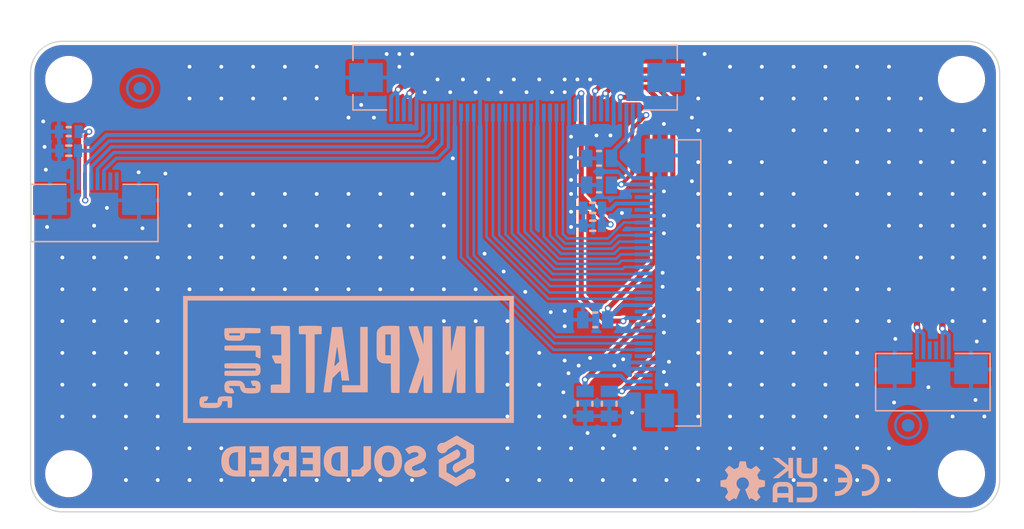
<source format=kicad_pcb>
(kicad_pcb (version 20211014) (generator pcbnew)
  (layers (0 "F.Cu" signal) (31 "B.Cu" signal) (34 "B.Paste" user) (35 "F.Paste" user) (36 "B.SilkS" user "B.Silkscreen") (37 "F.SilkS" user "F.Silkscreen") (38 "B.Mask" user) (39 "F.Mask" user) (44 "Edge.Cuts" user))
  (net 0 "")
  (net 1 "GND")
  (net 2 "3V3_TOUCH")
  (net 3 "3V3-EINK")
  (net 4 "VNEG")
  (net 5 "VEE")
  (net 6 "VCOM")
  (net 7 "VPOS")
  (net 8 "VDDH")
  (net 9 "BCK_CATHODE")
  (net 12 "BCK_ANODE")
  (net 15 "I2C_SCL_B")
  (net 16 "I2C_SDA_B")
  (net 17 "TOUCH_INT_B")
  (net 18 "TOUCH_RESET_B")
  (net 21 "EPD_CL")
  (net 22 "EPD_LE")
  (net 23 "EPD_OE")
  (net 24 "EPD_SPH")
  (net 25 "EPD_D0")
  (net 26 "EPD_D1")
  (net 27 "EPD_D2")
  (net 28 "EPD_D3")
  (net 29 "EPD_D4")
  (net 30 "EPD_D5")
  (net 31 "EPD_D6")
  (net 32 "EPD_D7")
  (net 35 "EPD_GMODE")
  (net 36 "EPD_CKV")
  (net 37 "EPD_SPV")
  (footprint "e-radionica.com footprinti:HOLE_3.2mm" (layer "F.Cu") (at 183.2 96)
    (fp_text reference "H1" hide)
    (fp_text value "HOLE_3.2mm" hide)
  )
  (footprint "e-radionica.com footprinti:HOLE_3.2mm" (layer "F.Cu") (at 113 127)
    (fp_text reference "H4" hide)
    (fp_text value "HOLE_3.2mm" hide)
  )
  (footprint "Soldered Graphics:Version1.1.0" (layer "F.Cu") (at 177.9 129)
    (fp_text reference "Ref**" hide)
    (fp_text value "Val**" hide)
  )
  (footprint "Soldered Graphics:Logo-Back-UKCA-3.5mm" (layer "F.Cu") (at 170.1 127.5)
    (fp_text reference "REF**" hide)
    (fp_text value "Logo-Back-UKCA-3.5mm" hide)
  )
  (footprint "Soldered Graphics:Logo-Back-OSH-3.5mm" (layer "F.Cu") (at 166 127.6)
    (fp_text reference "G***" hide)
    (fp_text value "LOGO" hide)
  )
  (footprint "e-radionica.com footprinti:JS05A-40P-050-3-4" (layer "F.Cu") (at 127.7 126)
    (fp_text reference "K5" hide)
    (fp_text value "JS05A-40P-050-3-4")
  )
  (footprint "e-radionica.com footprinti:HOLE_3.2mm" (layer "F.Cu") (at 183.2 127)
    (fp_text reference "H2" hide)
    (fp_text value "HOLE_3.2mm" hide)
  )
  (footprint "e-radionica.com footprinti:HOLE_3.2mm" (layer "F.Cu") (at 113 96)
    (fp_text reference "H3" hide)
    (fp_text value "HOLE_3.2mm" hide)
  )
  (footprint "Soldered Graphics:Logo-Back-SolderedFULL-20mm" (layer "F.Cu") (at 135 126)
    (fp_text reference "REF**" hide)
    (fp_text value "Logo-Front-SolderedFULL-20mm" hide)
  )
  (footprint "Soldered Graphics:Logo-Back-CE-3.5mm" (layer "F.Cu") (at 175 127.5)
    (fp_text reference "REF**" hide)
    (fp_text value "Logo-Back-CE-3.5mm" hide)
  )
  (footprint "e-radionica.com footprinti:SFV34R-3STBE1HLF" (layer "B.Cu") (at 158.5 112 -90)
    (fp_text reference "K3")
    (fp_text value "SFV34R-3STBE1HLF")
  )
  (footprint "e-radionica.com footprinti:FIDUCIAL_23" (layer "B.Cu") (at 179 123.2 180)
    (fp_text reference "FD1")
    (fp_text value "FIDUCIAL")
  )
  (footprint "Soldered Graphics:Logo-Front-InkplatePLUS2" (layer "B.Cu") (at 135 118 180)
    (fp_text reference "REF**" hide)
    (fp_text value "Logo-Font-InkplatePLUS2" hide)
  )
  (footprint "e-radionica.com footprinti:0603R" (layer "B.Cu") (at 113 100.1 180)
    (fp_text reference "R1")
    (fp_text value "100k")
  )
  (footprint "e-radionica.com footprinti:0805C" (layer "B.Cu") (at 154.7 104.3)
    (fp_text reference "C4")
    (fp_text value "4u7-TMK212AB7475KG-T")
  )
  (footprint "e-radionica.com footprinti:0603C" (layer "B.Cu") (at 113 101.6)
    (fp_text reference "C1")
    (fp_text value "100n")
  )
  (footprint "e-radionica.com footprinti:0805C" (layer "B.Cu") (at 155.5 121.5 90)
    (fp_text reference "C7")
    (fp_text value "4u7-TMK212AB7475KG-T")
  )
  (footprint "e-radionica.com footprinti:FIDUCIAL_23" (layer "B.Cu") (at 118.6 96.7 180)
    (fp_text reference "FD2")
    (fp_text value "FIDUCIAL")
  )
  (footprint "e-radionica.com footprinti:62684-401100AHLF" (layer "B.Cu") (at 148.1 97)
    (fp_text reference "K4")
    (fp_text value "62684-401100AHLF")
  )
  (footprint "e-radionica.com footprinti:0805C" (layer "B.Cu") (at 154.7 102.2)
    (fp_text reference "C3")
    (fp_text value "4u7-TMK212AB7475KG-T")
  )
  (footprint "e-radionica.com footprinti:SFV6R-1STBE1HLF" (layer "B.Cu") (at 180.95 117.3 180)
    (fp_text reference "K1")
    (fp_text value "SFV6R-1STBE1HLF")
  )
  (footprint "e-radionica.com footprinti:0603C" (layer "B.Cu") (at 154.2 107.5)
    (fp_text reference "C2")
    (fp_text value "4u7")
  )
  (footprint "e-radionica.com footprinti:SFV8R-1STBE1HLF" (layer "B.Cu") (at 115.02 104 180)
    (fp_text reference "K2")
    (fp_text value "SFV8R-1STBE1HLF")
  )
  (footprint "e-radionica.com footprinti:0603C" (layer "B.Cu") (at 154.2 106.1 180)
    (fp_text reference "C8")
    (fp_text value "100n")
  )
  (footprint "e-radionica.com footprinti:0805C" (layer "B.Cu") (at 154.4 114.9)
    (fp_text reference "C5")
    (fp_text value "4u7-TMK212AB7475KG-T")
  )
  (footprint "e-radionica.com footprinti:0805C" (layer "B.Cu") (at 153.6 121.5 90)
    (fp_text reference "C6")
    (fp_text value "4u7-TMK212AB7475KG-T")
  )
  (gr_line (start 183.7 130) (end 112.5 130) (layer "Edge.Cuts") (width 0.1))
  (gr_line (start 110 127.5) (end 110 95.5) (layer "Edge.Cuts") (width 0.1))
  (gr_line (start 186.2 95.5) (end 186.2 127.5) (layer "Edge.Cuts") (width 0.1))
  (gr_arc (start 110 95.5) (mid 110.732233 93.732233) (end 112.5 93) (layer "Edge.Cuts") (width 0.1))
  (gr_arc (start 183.7 93) (mid 185.467767 93.732233) (end 186.2 95.5) (layer "Edge.Cuts") (width 0.1))
  (gr_line (start 112.5 93) (end 183.7 93) (layer "Edge.Cuts") (width 0.1))
  (gr_arc (start 186.2 127.5) (mid 185.467767 129.267767) (end 183.7 130) (layer "Edge.Cuts") (width 0.1))
  (gr_arc (start 112.5 130) (mid 110.732233 129.267767) (end 110 127.5) (layer "Edge.Cuts") (width 0.1))
  (via (at 165 112.5) (size 0.5) (drill 0.3) (layers "F.Cu" "B.Cu") (net 1))
  (via (at 117.5 122.5) (size 0.5) (drill 0.3) (layers "F.Cu" "B.Cu") (net 1))
  (via (at 150 117.5) (size 0.5) (drill 0.3) (layers "F.Cu" "B.Cu") (net 1))
  (via (at 130 127.5) (size 0.5) (drill 0.3) (layers "F.Cu" "B.Cu") (net 1))
  (via (at 167.5 105) (size 0.5) (drill 0.3) (layers "F.Cu" "B.Cu") (net 1))
  (via (at 152.5 106.4) (size 0.5) (drill 0.3) (layers "F.Cu" "B.Cu") (net 1))
  (via (at 165 115) (size 0.5) (drill 0.3) (layers "F.Cu" "B.Cu") (net 1))
  (via (at 150 127.5) (size 0.5) (drill 0.3) (layers "F.Cu" "B.Cu") (net 1))
  (via (at 147 97) (size 0.5) (drill 0.3) (layers "F.Cu" "B.Cu") (net 1))
  (via (at 137.5 107.5) (size 0.5) (drill 0.3) (layers "F.Cu" "B.Cu") (net 1))
  (via (at 182.5 115) (size 0.5) (drill 0.3) (layers "F.Cu" "B.Cu") (net 1))
  (via (at 162.5 110) (size 0.5) (drill 0.3) (layers "F.Cu" "B.Cu") (net 1))
  (via (at 185 100) (size 0.5) (drill 0.3) (layers "F.Cu" "B.Cu") (net 1))
  (via (at 167.5 120) (size 0.5) (drill 0.3) (layers "F.Cu" "B.Cu") (net 1))
  (via (at 163 94) (size 0.5) (drill 0.3) (layers "F.Cu" "B.Cu") (net 1))
  (via (at 143 97) (size 0.5) (drill 0.3) (layers "F.Cu" "B.Cu") (net 1))
  (via (at 127.5 127.5) (size 0.5) (drill 0.3) (layers "F.Cu" "B.Cu") (net 1))
  (via (at 120 120) (size 0.5) (drill 0.3) (layers "F.Cu" "B.Cu") (net 1))
  (via (at 117.5 110) (size 0.5) (drill 0.3) (layers "F.Cu" "B.Cu") (net 1))
  (via (at 152 122.5) (size 0.5) (drill 0.3) (layers "F.Cu" "B.Cu") (net 1))
  (via (at 172.5 120) (size 0.5) (drill 0.3) (layers "F.Cu" "B.Cu") (net 1))
  (via (at 167.5 122.5) (size 0.5) (drill 0.3) (layers "F.Cu" "B.Cu") (net 1))
  (via (at 120.6 103.4) (size 0.5) (drill 0.3) (layers "F.Cu" "B.Cu") (net 1))
  (via (at 172.5 115) (size 0.5) (drill 0.3) (layers "F.Cu" "B.Cu") (net 1))
  (via (at 154.5 100.4) (size 0.5) (drill 0.3) (layers "F.Cu" "B.Cu") (net 1))
  (via (at 120 110) (size 0.5) (drill 0.3) (layers "F.Cu" "B.Cu") (net 1))
  (via (at 160 127.5) (size 0.5) (drill 0.3) (layers "F.Cu" "B.Cu") (net 1))
  (via (at 185 107.5) (size 0.5) (drill 0.3) (layers "F.Cu" "B.Cu") (net 1))
  (via (at 115 117.5) (size 0.5) (drill 0.3) (layers "F.Cu" "B.Cu") (net 1))
  (via (at 175 95) (size 0.5) (drill 0.3) (layers "F.Cu" "B.Cu") (net 1))
  (via (at 155.9 118.5) (size 0.5) (drill 0.3) (layers "F.Cu" "B.Cu") (net 1))
  (via (at 132.5 105) (size 0.5) (drill 0.3) (layers "F.Cu" "B.Cu") (net 1))
  (via (at 167.5 112.5) (size 0.5) (drill 0.3) (layers "F.Cu" "B.Cu") (net 1))
  (via (at 125 112.5) (size 0.5) (drill 0.3) (layers "F.Cu" "B.Cu") (net 1))
  (via (at 157.3 122.2) (size 0.5) (drill 0.3) (layers "F.Cu" "B.Cu") (net 1))
  (via (at 152.5 100.5) (size 0.5) (drill 0.3) (layers "F.Cu" "B.Cu") (net 1))
  (via (at 142.5 110) (size 0.5) (drill 0.3) (layers "F.Cu" "B.Cu") (net 1))
  (via (at 172.5 110) (size 0.5) (drill 0.3) (layers "F.Cu" "B.Cu") (net 1))
  (via (at 175 112.5) (size 0.5) (drill 0.3) (layers "F.Cu" "B.Cu") (net 1))
  (via (at 111.3 107.6) (size 0.5) (drill 0.3) (layers "F.Cu" "B.Cu") (net 1))
  (via (at 112.5 110) (size 0.5) (drill 0.3) (layers "F.Cu" "B.Cu") (net 1))
  (via (at 122.5 110) (size 0.5) (drill 0.3) (layers "F.Cu" "B.Cu") (net 1))
  (via (at 111 99.3) (size 0.5) (drill 0.3) (layers "F.Cu" "B.Cu") (net 1))
  (via (at 165 105) (size 0.5) (drill 0.3) (layers "F.Cu" "B.Cu") (net 1))
  (via (at 175 120) (size 0.5) (drill 0.3) (layers "F.Cu" "B.Cu") (net 1))
  (via (at 152.5 125) (size 0.5) (drill 0.3) (layers "F.Cu" "B.Cu") (net 1))
  (via (at 145 97) (size 0.5) (drill 0.3) (layers "F.Cu" "B.Cu") (net 1))
  (via (at 170 110) (size 0.5) (drill 0.3) (layers "F.Cu" "B.Cu") (net 1))
  (via (at 137 99) (size 0.5) (drill 0.3) (layers "F.Cu" "B.Cu") (net 1))
  (via (at 165 117.5) (size 0.5) (drill 0.3) (layers "F.Cu" "B.Cu") (net 1))
  (via (at 182.5 122.5) (size 0.5) (drill 0.3) (layers "F.Cu" "B.Cu") (net 1))
  (via (at 122.5 95) (size 0.5) (drill 0.3) (layers "F.Cu" "B.Cu") (net 1))
  (via (at 153 96) (size 0.5) (drill 0.3) (layers "F.Cu" "B.Cu") (net 1))
  (via (at 167.5 125) (size 0.5) (drill 0.3) (layers "F.Cu" "B.Cu") (net 1))
  (via (at 159.8 106.7) (size 0.5) (drill 0.3) (layers "F.Cu" "B.Cu") (net 1))
  (via (at 127.5 97.5) (size 0.5) (drill 0.3) (layers "F.Cu" "B.Cu") (net 1))
  (via (at 120 115) (size 0.5) (drill 0.3) (layers "F.Cu" "B.Cu") (net 1))
  (via (at 167.5 95) (size 0.5) (drill 0.3) (layers "F.Cu" "B.Cu") (net 1))
  (via (at 140 112.5) (size 0.5) (drill 0.3) (layers "F.Cu" "B.Cu") (net 1))
  (via (at 167.5 107.5) (size 0.5) (drill 0.3) (layers "F.Cu" "B.Cu") (net 1))
  (via (at 115 115) (size 0.5) (drill 0.3) (layers "F.Cu" "B.Cu") (net 1))
  (via (at 162.5 102.5) (size 0.5) (drill 0.3) (layers "F.Cu" "B.Cu") (net 1))
  (via (at 155 125) (size 0.5) (drill 0.3) (layers "F.Cu" "B.Cu") (net 1))
  (via (at 159.8 119) (size 0.5) (drill 0.3) (layers "F.Cu" "B.Cu") (net 1))
  (via (at 147.5 125) (size 0.5) (drill 0.3) (layers "F.Cu" "B.Cu") (net 1))
  (via (at 182.5 100) (size 0.5) (drill 0.3) (layers "F.Cu" "B.Cu") (net 1))
  (via (at 162.5 100) (size 0.5) (drill 0.3) (layers "F.Cu" "B.Cu") (net 1))
  (via (at 132.5 107.5) (size 0.5) (drill 0.3) (layers "F.Cu" "B.Cu") (net 1))
  (via (at 177.5 127.5) (size 0.5) (drill 0.3) (layers "F.Cu" "B.Cu") (net 1))
  (via (at 167.5 117.5) (size 0.5) (drill 0.3) (layers "F.Cu" "B.Cu") (net 1))
  (via (at 177.5 107.5) (size 0.5) (drill 0.3) (layers "F.Cu" "B.Cu") (net 1))
  (via (at 125 105) (size 0.5) (drill 0.3) (layers "F.Cu" "B.Cu") (net 1))
  (via (at 152.5 127.5) (size 0.5) (drill 0.3) (layers "F.Cu" "B.Cu") (net 1))
  (via (at 132.5 95) (size 0.5) (drill 0.3) (layers "F.Cu" "B.Cu") (net 1))
  (via (at 142.5 105) (size 0.5) (drill 0.3) (layers "F.Cu" "B.Cu") (net 1))
  (via (at 137.5 112.5) (size 0.5) (drill 0.3) (layers "F.Cu" "B.Cu") (net 1))
  (via (at 153.8 123.8) (size 0.5) (drill 0.3) (layers "F.Cu" "B.Cu") (net 1))
  (via (at 172.5 125) (size 0.5) (drill 0.3) (layers "F.Cu" "B.Cu") (net 1))
  (via (at 162.5 122.5) (size 0.5) (drill 0.3) (layers "F.Cu" "B.Cu") (net 1))
  (via (at 165 125) (size 0.5) (drill 0.3) (layers "F.Cu" "B.Cu") (net 1))
  (via (at 152.5 102.1) (size 0.5) (drill 0.3) (layers "F.Cu" "B.Cu") (net 1))
  (via (at 122.5 112.5) (size 0.5) (drill 0.3) (layers "F.Cu" "B.Cu") (net 1))
  (via (at 182.5 107.5) (size 0.5) (drill 0.3) (layers "F.Cu" "B.Cu") (net 1))
  (via (at 175 97.5) (size 0.5) (drill 0.3) (layers "F.Cu" "B.Cu") (net 1))
  (via (at 159.8 114.6) (size 0.5) (drill 0.3) (layers "F.Cu" "B.Cu") (net 1))
  (via (at 125 97.5) (size 0.5) (drill 0.3) (layers "F.Cu" "B.Cu") (net 1))
  (via (at 167.5 115) (size 0.5) (drill 0.3) (layers "F.Cu" "B.Cu") (net 1))
  (via (at 130 95) (size 0.5) (drill 0.3) (layers "F.Cu" "B.Cu") (net 1))
  (via (at 155.9 124) (size 0.5) (drill 0.3) (layers "F.Cu" "B.Cu") (net 1))
  (via (at 162.5 125) (size 0.5) (drill 0.3) (layers "F.Cu" "B.Cu") (net 1))
  (via (at 151 97) (size 0.5) (drill 0.3) (layers "F.Cu" "B.Cu") (net 1))
  (via (at 172.5 102.5) (size 0.5) (drill 0.3) (layers "F.Cu" "B.Cu") (net 1))
  (via (at 148 96) (size 0.5) (drill 0.3) (layers "F.Cu" "B.Cu") (net 1))
  (via (at 143.2 102.2) (size 0.5) (drill 0.3) (layers "F.Cu" "B.Cu") (net 1))
  (via (at 130 110) (size 0.5) (drill 0.3) (layers "F.Cu" "B.Cu") (net 1))
  (via (at 180 100) (size 0.5) (drill 0.3) (layers "F.Cu" "B.Cu") (net 1))
  (via (at 175 110) (size 0.5) (drill 0.3) (layers "F.Cu" "B.Cu") (net 1))
  (via (at 118.8 107.7) (size 0.5) (drill 0.3) (layers "F.Cu" "B.Cu") (net 1))
  (via (at 165 95) (size 0.5) (drill 0.3) (layers "F.Cu" "B.Cu") (net 1))
  (via (at 175 127.5) (size 0.5) (drill 0.3) (layers "F.Cu" "B.Cu") (net 1))
  (via (at 159.8 104.8) (size 0.5) (drill 0.3) (layers "F.Cu" "B.Cu") (net 1))
  (via (at 139 94) (size 0.5) (drill 0.3) (layers "F.Cu" "B.Cu") (net 1))
  (via (at 182.5 105) (size 0.5) (drill 0.3) (layers "F.Cu" "B.Cu") (net 1))
  (via (at 172.5 117.5) (size 0.5) (drill 0.3) (layers "F.Cu" "B.Cu") (net 1))
  (via (at 125 125) (size 0.5) (drill 0.3) (layers "F.Cu" "B.Cu") (net 1))
  (via (at 125 95) (size 0.5) (drill 0.3) (layers "F.Cu" "B.Cu") (net 1))
  (via (at 132.5 112.5) (size 0.5) (drill 0.3) (layers "F.Cu" "B.Cu") (net 1))
  (via (at 167.5 110) (size 0.5) (drill 0.3) (layers "F.Cu" "B.Cu") (net 1))
  (via (at 111.1 101.3) (size 0.5) (drill 0.3) (layers "F.Cu" "B.Cu") (net 1))
  (via (at 115 122.5) (size 0.5) (drill 0.3) (layers "F.Cu" "B.Cu") (net 1))
  (via (at 112.5 112.5) (size 0.5) (drill 0.3) (layers "F.Cu" "B.Cu") (net 1))
  (via (at 172.5 97.5) (size 0.5) (drill 0.3) (layers "F.Cu" "B.Cu") (net 1))
  (via (at 170 120) (size 0.5) (drill 0.3) (layers "F.Cu" "B.Cu") (net 1))
  (via (at 147.5 120) (size 0.5) (drill 0.3) (layers "F.Cu" "B.Cu") (net 1))
  (via (at 185 110) (size 0.5) (drill 0.3) (layers "F.Cu" "B.Cu") (net 1))
  (via (at 115 110) (size 0.5) (drill 0.3) (layers "F.Cu" "B.Cu") (net 1))
  (via (at 175 102.5) (size 0.5) (drill 0.3) (layers "F.Cu" "B.Cu") (net 1))
  (via (at 147.5 117.5) (size 0.5) (drill 0.3) (layers "F.Cu" "B.Cu") (net 1))
  (via (at 137.5 127.5) (size 0.5) (drill 0.3) (layers "F.Cu" "B.Cu") (net 1))
  (via (at 127.5 107.5) (size 0.5) (drill 0.3) (layers "F.Cu" "B.Cu") (net 1))
  (via (at 135 105) (size 0.5) (drill 0.3) (layers "F.Cu" "B.Cu") (net 1))
  (via (at 162.5 117.5) (size 0.5) (drill 0.3) (layers "F.Cu" "B.Cu") (net 1))
  (via (at 170 115) (size 0.5) (drill 0.3) (layers "F.Cu" "B.Cu") (net 1))
  (via (at 125 127.5) (size 0.5) (drill 0.3) (layers "F.Cu" "B.Cu") (net 1))
  (via (at 177.9 121.4) (size 0.5) (drill 0.3) (layers "F.Cu" "B.Cu") (net 1))
  (via (at 116 106.1) (size 0.5) (drill 0.3) (layers "F.Cu" "B.Cu") (net 1))
  (via (at 156.6 118) (size 0.5) (drill 0.3) (layers "F.Cu" "B.Cu") (net 1))
  (via (at 127.5 110) (size 0.5) (drill 0.3) (layers "F.Cu" "B.Cu") (net 1))
  (via (at 185 122.5) (size 0.5) (drill 0.3) (layers "F.Cu" "B.Cu") (net 1))
  (via (at 147.5 127.5) (size 0.5) (drill 0.3) (layers "F.Cu" "B.Cu") (net 1))
  (via (at 170 127.5) (size 0.5) (drill 0.3) (layers "F.Cu" "B.Cu") (net 1))
  (via (at 162.5 115) (size 0.5) (drill 0.3) (layers "F.Cu" "B.Cu") (net 1))
  (via (at 175 117.5) (size 0.5) (drill 0.3) (layers "F.Cu" "B.Cu") (net 1))
  (via (at 140 127.5) (size 0.5) (drill 0.3) (layers "F.Cu" "B.Cu") (net 1))
  (via (at 167.5 97.5) (size 0.5) (drill 0.3) (layers "F.Cu" "B.Cu") (net 1))
  (via (at 162 104) (size 0.5) (drill 0.3) (layers "F.Cu" "B.Cu") (net 1))
  (via (at 145 115) (size 0.5) (drill 0.3) (layers "F.Cu" "B.Cu") (net 1))
  (via (at 159.8 108.1) (size 0.5) (drill 0.3) (layers "F.Cu" "B.Cu") (net 1))
  (via (at 177.5 112.5) (size 0.5) (drill 0.3) (layers "F.Cu" "B.Cu") (net 1))
  (via (at 140 105) (size 0.5) (drill 0.3) (layers "F.Cu" "B.Cu") (net 1))
  (via (at 130 97.5) (size 0.5) (drill 0.3) (layers "F.Cu" "B.Cu") (net 1))
  (via (at 132.5 110) (size 0.5) (drill 0.3) (layers "F.Cu" "B.Cu") (net 1))
  (via (at 150 125) (size 0.5) (drill 0.3) (layers "F.Cu" "B.Cu") (net 1))
  (via (at 175 115) (size 0.5) (drill 0.3) (layers "F.Cu" "B.Cu") (net 1))
  (via (at 151.9 120.6) (size 0.5) (drill 0.3) (layers "F.Cu" "B.Cu") (net 1))
  (via (at 165 102.5) (size 0.5) (drill 0.3) (layers "F.Cu" "B.Cu") (net 1))
  (via (at 120 112.5) (size 0.5) (drill 0.3) (layers "F.Cu" "B.Cu") (net 1))
  (via (at 132.5 97.5) (size 0.5) (drill 0.3) (layers "F.Cu" "B.Cu") (net 1))
  (via (at 170 122.5) (size 0.5) (drill 0.3) (layers "F.Cu" "B.Cu") (net 1))
  (via (at 180 97.5) (size 0.5) (drill 0.3) (layers "F.Cu" "B.Cu") (net 1))
  (via (at 152.3 119.1) (size 0.5) (drill 0.3) (layers "F.Cu" "B.Cu") (net 1))
  (via (at 138 94) (size 0.5) (drill 0.3) (layers "F.Cu" "B.Cu") (net 1))
  (via (at 150 96) (size 0.5) (drill 0.3) (layers "F.Cu" "B.Cu") (net 1))
  (via (at 177.5 105) (size 0.5) (drill 0.3) (layers "F.Cu" "B.Cu") (net 1))
  (via (at 132.5 127.5) (size 0.5) (drill 0.3) (layers "F.Cu" "B.Cu") (net 1))
  (via (at 160 125) (size 0.5) (drill 0.3) (layers "F.Cu" "B.Cu") (net 1))
  (via (at 170 95) (size 0.5) (drill 0.3) (layers "F.Cu" "B.Cu") (net 1))
  (via (at 122.5 107.5) (size 0.5) (drill 0.3) (layers "F.Cu" "B.Cu") (net 1))
  (via (at 152 96) (size 0.5) (drill 0.3) (layers "F.Cu" "B.Cu") (net 1))
  (via (at 120 122.5) (size 0.5) (drill 0.3) (layers "F.Cu" "B.Cu") (net 1))
  (via (at 162.5 105) (size 0.5) (drill 0.3) (layers "F.Cu" "B.Cu") (net 1))
  (via (at 154 96) (size 0.5) (drill 0.3) (layers "F.Cu" "B.Cu") (net 1))
  (via (at 155 127.5) (size 0.5) (drill 0.3) (layers "F.Cu" "B.Cu") (net 1))
  (via (at 137.5 110) (size 0.5) (drill 0.3) (layers "F.Cu" "B.Cu") (net 1))
  (via (at 148.9 112.7) (size 0.5) (drill 0.3) (layers "F.Cu" "B.Cu") (net 1))
  (via (at 112.5 120) (size 0.5) (drill 0.3) (layers "F.Cu" "B.Cu") (net 1))
  (via (at 160 120) (size 0.5) (drill 0.3) (layers "F.Cu" "B.Cu") (net 1))
  (via (at 154 117.9) (size 0.5) (drill 0.3) (layers "F.Cu" "B.Cu") (net 1))
  (via (at 112.5 115) (size 0.5) (drill 0.3) (layers "F.Cu" "B.Cu") (net 1))
  (via (at 117.5 125) (size 0.5) (drill 0.3) (layers "F.Cu" "B.Cu") (net 1))
  (via (at 146 96) (size 0.5) (drill 0.3) (layers "F.Cu" "B.Cu") (net 1))
  (via (at 142.5 115) (size 0.5) (drill 0.3) (layers "F.Cu" "B.Cu") (net 1))
  (via (at 122.5 105) (size 0.5) (drill 0.3) (layers "F.Cu" "B.Cu") (net 1))
  (via (at 172.5 122.5) (size 0.5) (drill 0.3) (layers "F.Cu" "B.Cu") (net 1))
  (via (at 122.5 97.5) (size 0.5) (drill 0.3) (layers "F.Cu" "B.Cu") (net 1))
  (via (at 142.5 112.5) (size 0.5) (drill 0.3) (layers "F.Cu" "B.Cu") (net 1))
  (via (at 117.5 127.5) (size 0.5) (drill 0.3) (layers "F.Cu" "B.Cu") (net 1))
  (via (at 145.7 109.7) (size 0.5) (drill 0.3) (layers "F.Cu" "B.Cu") (net 1))
  (via (at 184.4 116.6) (size 0.5) (drill 0.3) (layers "F.Cu" "B.Cu") (net 1))
  (via (at 167.5 102.5) (size 0.5) (drill 0.3) (layers "F.Cu" "B.Cu") (net 1))
  (via (at 162.5 112.5) (size 0.5) (drill 0.3) (layers "F.Cu" "B.Cu") (net 1))
  (via (at 170 117.5) (size 0.5) (drill 0.3) (layers "F.Cu" "B.Cu") (net 1))
  (via (at 135 127.5) (size 0.5) (drill 0.3) (layers "F.Cu" "B.Cu") (net 1))
  (via (at 140 110) (size 0.5) (drill 0.3) (layers "F.Cu" "B.Cu") (net 1))
  (via (at 149 97) (size 0.5) (drill 0.3) (layers "F.Cu" "B.Cu") (net 1))
  (via (at 111.2 103.1) (size 0.5) (drill 0.3) (layers "F.Cu" "B.Cu") (net 1))
  (via (at 159.7 111.2) (size 0.5) (drill 0.3) (layers "F.Cu" "B.Cu") (net 1))
  (via (at 170 107.5) (size 0.5) (drill 0.3) (layers "F.Cu" "B.Cu") (net 1))
  (via (at 112.5 122.5) (size 0.5) (drill 0.3) (layers "F.Cu" "B.Cu") (net 1))
  (via (at 118.5 103.3) (size 0.5) (drill 0.3) (layers "F.Cu" "B.Cu") (net 1))
  (via (at 172.5 127.5) (size 0.5) (drill 0.3) (layers "F.Cu" "B.Cu") (net 1))
  (via (at 180.6 120.2) (size 0.5) (drill 0.3) (layers "F.Cu" "B.Cu") (net 1))
  (via (at 185 115) (size 0.5) (drill 0.3) (layers "F.Cu" "B.Cu") (net 1))
  (via (at 117.5 115) (size 0.5) (drill 0.3) (layers "F.Cu" "B.Cu") (net 1))
  (via (at 147.5 122.5) (size 0.5) (drill 0.3) (layers "F.Cu" "B.Cu") (net 1))
  (via (at 117.5 112.5) (size 0.5) (drill 0.3) (layers "F.Cu" "B.Cu") (net 1))
  (via (at 130 105) (size 0.5) (drill 0.3) (layers "F.Cu" "B.Cu") (net 1))
  (via (at 117.5 117.5) (size 0.5) (drill 0.3) (layers "F.Cu" "B.Cu") (net 1))
  (via (at 184.3 121.2) (size 0.5) (drill 0.3) (layers "F.Cu" "B.Cu") (net 1))
  (via (at 130 107.5) (size 0.5) (drill 0.3) (layers "F.Cu" "B.Cu") (net 1))
  (via (at 180 102.5) (size 0.5) (drill 0.3) (layers "F.Cu" "B.Cu") (net 1))
  (via (at 120 117.5) (size 0.5) (drill 0.3) (layers "F.Cu" "B.Cu") (net 1))
  (via (at 152 114.2) (size 0.5) (drill 0.3) (layers "F.Cu" "B.Cu") (net 1))
  (via (at 177.5 100) (size 0.5) (drill 0.3) (layers "F.Cu" "B.Cu") (net 1))
  (via (at 135 99) (size 0.5) (drill 0.3) (layers "F.Cu" "B.Cu") (net 1))
  (via (at 160.2 118.2) (size 0.5) (drill 0.3) (layers "F.Cu" "B.Cu") (net 1))
  (via (at 127.5 105) (size 0.5) (drill 0.3) (layers "F.Cu" "B.Cu") (net 1))
  (via (at 140 107.5) (size 0.5) (drill 0.3) (layers "F.Cu" "B.Cu") (net 1))
  (via (at 180 105) (size 0.5) (drill 0.3) (layers "F.Cu" "B.Cu") (net 1))
  (via (at 172.5 107.5) (size 0.5) (drill 0.3) (layers "F.Cu" "B.Cu") (net 1))
  (via (at 165 120) (size 0.5) (drill 0.3) (layers "F.Cu" "B.Cu") (net 1))
  (via (at 165 110) (size 0.5) (drill 0.3) (layers "F.Cu" "B.Cu") (net 1))
  (via (at 115 112.5) (size 0.5) (drill 0.3) (layers "F.Cu" "B.Cu") (net 1))
  (via (at 141 97) (size 0.5) (drill 0.3) (layers "F.Cu" "B.Cu") (net 1))
  (via (at 177.5 115) (size 0.5) (drill 0.3) (layers "F.Cu" "B.Cu") (net 1))
  (via (at 142.5 107.5) (size 0.5) (drill 0.3) (layers "F.Cu" "B.Cu") (net 1))
  (via (at 162.5 97.5) (size 0.5) (drill 0.3) (layers "F.Cu" "B.Cu") (net 1))
  (via (at 185 102.5) (size 0.5) (drill 0.3) (layers "F.Cu" "B.Cu") (net 1))
  (via (at 150 122.5) (size 0.5) (drill 0.3) (layers "F.Cu" "B.Cu") (net 1))
  (via (at 125 107.5) (size 0.5) (drill 0.3) (layers "F.Cu" "B.Cu") (net 1))
  (via (at 112.5 117.5) (size 0.5) (drill 0.3) (layers "F.Cu" "B.Cu") (net 1))
  (via (at 185 105) (size 0.5) (drill 0.3) (layers "F.Cu" "B.Cu") (net 1))
  (via (at 182.5 102.5) (size 0.5) (drill 0.3) (layers "F.Cu" "B.Cu") (net 1))
  (via (at 180 110) (size 0.5) (drill 0.3) (layers "F.Cu" "B.Cu") (net 1))
  (via (at 170 105) (size 0.5) (drill 0.3) (layers "F.Cu" "B.Cu") (net 1))
  (via (at 175 105) (size 0.5) (drill 0.3) (layers "F.Cu" "B.Cu") (net 1))
  (via (at 136 98) (size 0.5) (drill 0.3) (layers "F.Cu" "B.Cu") (net 1))
  (via (at 156.5 106.5) (size 0.5) (drill 0.3) (layers "F.Cu" "B.Cu") (net 1))
  (via (at 120 125) (size 0.5) (drill 0.3) (layers "F.Cu" "B.Cu") (net 1))
  (via (at 115 107.5) (size 0.5) (drill 0.3) (layers "F.Cu" "B.Cu") (net 1))
  (via (at 155.6 100.4) (size 0.5) (drill 0.3) (layers "F.Cu" "B.Cu") (net 1))
  (via (at 152.5 107.6) (size 0.5) (drill 0.3) (layers "F.Cu" "B.Cu") (net 1))
  (via (at 185 112.5) (size 0.5) (drill 0.3) (layers "F.Cu" "B.Cu") (net 1))
  (via (at 177.5 125) (size 0.5) (drill 0.3) (layers "F.Cu" "B.Cu") (net 1))
  (via (at 162 99) (size 0.5) (drill 0.3) (layers "F.Cu" "B.Cu") (net 1))
  (via (at 165 107.5) (size 0.5) (drill 0.3) (layers "F.Cu" "B.Cu") (net 1))
  (via (at 180 107.5) (size 0.5) (drill 0.3) (layers "F.Cu" "B.Cu") (net 1))
  (via (at 130 112.5) (size 0.5) (drill 0.3) (layers "F.Cu" "B.Cu") (net 1))
  (via (at 120 127.5) (size 0.5) (drill 0.3) (layers "F.Cu" "B.Cu") (net 1))
  (via (at 182.5 110) (size 0.5) (drill 0.3) (layers "F.Cu" "B.Cu") (net 1))
  (via (at 175 100) (size 0.5) (drill 0.3) (layers "F.Cu" "B.Cu") (net 1))
  (via (at 125 110) (size 0.5) (drill 0.3) (layers "F.Cu" "B.Cu") (net 1))
  (via (at 115 120) (size 0.5) (drill 0.3) (layers "F.Cu" "B.Cu") (net 1))
  (via (at 139 95) (size 0.5) (drill 0.3) (layers "F.Cu" "B.Cu") (net 1))
  (via (at 152 115.4) (size 0.5) (drill 0.3) (layers "F.Cu" "B.Cu") (net 1))
  (via (at 142 96) (size 0.5) (drill 0.3) (layers "F.Cu" "B.Cu") (net 1))
  (via (at 152 118.1) (size 0.5) (drill 0.3) (layers "F.Cu" "B.Cu") (net 1))
  (via (at 117.5 120) (size 0.5) (drill 0.3) (layers "F.Cu" "B.Cu") (net 1))
  (via (at 175 125) (size 0.5) (drill 0.3) (layers "F.Cu" "B.Cu") (net 1))
  (via (at 162.5 107.5) (size 0.5) (drill 0.3) (layers "F.Cu" "B.Cu") (net 1))
  (via (at 165 122.5) (size 0.5) (drill 0.3) (layers "F.Cu" "B.Cu") (net 1))
  (via (at 135 112.5) (size 0.5) (drill 0.3) (layers "F.Cu" "B.Cu") (net 1))
  (via (at 135 110) (size 0.5) (drill 0.3) (layers "F.Cu" "B.Cu") (net 1))
  (via (at 159.7 112.3) (size 0.5) (drill 0.3) (layers "F.Cu" "B.Cu") (net 1))
  (via (at 150 120) (size 0.5) (drill 0.3) (layers "F.Cu" "B.Cu") (net 1))
  (via (at 177.5 97.5) (size 0.5) (drill 0.3) (layers "F.Cu" "B.Cu") (net 1))
  (via (at 140 94) (size 0.5) (drill 0.3) (layers "F.Cu" "B.Cu") (net 1))
  (via (at 150.9 114.3) (size 0.5) (drill 0.3) (layers "F.Cu" "B.Cu") (net 1))
  (via (at 135 107.5) (size 0.5) (drill 0.3) (layers "F.Cu" "B.Cu") (net 1))
  (via (at 162.5 120) (size 0.5) (drill 0.3) (layers "F.Cu" "B.Cu") (net 1))
  (via (at 157.5 125) (size 0.5) (drill 0.3) (layers "F.Cu" "B.Cu") (net 1))
  (via (at 162.5 127.5) (size 0.5) (drill 0.3) (layers "F.Cu" "B.Cu") (net 1))
  (via (at 122.5 125) (size 0.5) (drill 0.3) (layers "F.Cu" "B.Cu") (net 1))
  (via (at 127.5 112.5) (size 0.5) (drill 0.3) (layers "F.Cu" "B.Cu") (net 1))
  (via (at 152.5 103.9) (size 0.5) (drill 0.3) (layers "F.Cu" "B.Cu") (net 1))
  (via (at 159.8 99.5) (size 0.5) (drill 0.3) (layers "F.Cu" "B.Cu") (net 1))
  (via (at 172.5 95) (size 0.5) (drill 0.3) (layers "F.Cu" "B.Cu") (net 1))
  (via (at 144 96) (size 0.5) (drill 0.3) (layers "F.Cu" "B.Cu") (net 1))
  (via (at 157.5 127.5) (size 0.5) (drill 0.3) (layers "F.Cu" "B.Cu") (net 1))
  (via (at 147.2 111.1) (size 0.5) (drill 0.3) (layers "F.Cu" "B.Cu") (net 1))
  (via (at 177.5 102.5) (size 0.5) (drill 0.3) (layers "F.Cu" "B.Cu") (net 1))
  (via (at 172.5 112.5) (size 0.5) (drill 0.3) (layers "F.Cu" "B.Cu") (net 1))
  (via (at 145 112.5) (size 0.5) (drill 0.3) (layers "F.Cu" "B.Cu") (net 1))
  (via (at 152 97) (size 0.5) (drill 0.3) (layers "F.Cu" "B.Cu") (net 1))
  (via (at 147.5 115) (size 0.5) (drill 0.3) (layers "F.Cu" "B.Cu") (net 1))
  (via (at 153.1 118.5) (size 0.5) (drill 0.3) (layers "F.Cu" "B.Cu") (net 1))
  (via (at 170 97.5) (size 0.5) (drill 0.3) (layers "F.Cu" "B.Cu") (net 1))
  (via (at 127.5 95) (size 0.5) (drill 0.3) (layers "F.Cu" "B.Cu") (net 1))
  (via (at 137.5 105) (size 0.5) (drill 0.3) (layers "F.Cu" "B.Cu") (net 1))
  (via (at 182.5 112.5) (size 0.5) (drill 0.3) (layers "F.Cu" "B.Cu") (net 1))
  (via (at 170 100) (size 0.5) (drill 0.3) (layers "F.Cu" "B.Cu") (net 1))
  (via (at 175 122.5) (size 0.5) (drill 0.3) (layers "F.Cu" "B.Cu") (net 1))
  (via (at 159.8 115.9) (size 0.5) (drill 0.3) (layers "F.Cu" "B.Cu") (net 1))
  (via (at 177.5 95) (size 0.5) (drill 0.3) (layers "F.Cu" "B.Cu") (net 1))
  (via (at 170 112.5) (size 0.5) (drill 0.3) (layers "F.Cu" "B.Cu") (net 1))
  (via (at 152.5 105) (size 0.5) (drill 0.3) (layers "F.Cu" "B.Cu") (net 1))
  (via (at 172.5 100) (size 0.5) (drill 0.3) (layers "F.Cu" "B.Cu") (net 1))
  (via (at 165 100) (size 0.5) (drill 0.3) (layers "F.Cu" "B.Cu") (net 1))
  (via (at 170 125) (size 0.5) (drill 0.3) (layers "F.Cu" "B.Cu") (net 1))
  (via (at 122.5 127.5) (size 0.5) (drill 0.3) (layers "F.Cu" "B.Cu") (net 1))
  (via (at 178 116.4) (size 0.5) (drill 0.3) (layers "F.Cu" "B.Cu") (net 1))
  (segment (start 140.85 100.15) (end 140.85 98.6) (width 0.3) (layer "B.Cu") (net 2))
  (segment (start 140.63708 100.36292) (end 140.85 100.15) (width 0.3) (layer "B.Cu") (net 2))
  (segment (start 114.726098 101.6) (end 115.963178 100.36292) (width 0.3) (layer "B.Cu") (net 2))
  (segment (start 113.73 101.6) (end 114.726098 101.6) (width 0.3) (layer "B.Cu") (net 2))
  (segment (start 113.77 104) (end 113.77 101.64) (width 0.3) (layer "B.Cu") (net 2))
  (segment (start 115.963178 100.36292) (end 140.63708 100.36292) (width 0.3) (layer "B.Cu") (net 2))
  (segment (start 113.77 101.64) (end 113.73 101.6) (width 0.3) (layer "B.Cu") (net 2))
  (segment (start 155.5 107.4) (end 153.3 105.2) (width 0.4) (layer "F.Cu") (net 3))
  (segment (start 153.3 105.2) (end 153.3 97.1) (width 0.4) (layer "F.Cu") (net 3))
  (segment (start 153.3 113.1) (end 153.3 105.2) (width 0.4) (layer "F.Cu") (net 3))
  (segment (start 155.6 107.4) (end 155.5 107.4) (width 0.4) (layer "F.Cu") (net 3))
  (segment (start 155.2 115) (end 153.3 113.1) (width 0.4) (layer "F.Cu") (net 3))
  (segment (start 156.6 115) (end 155.2 115) (width 0.4) (layer "F.Cu") (net 3))
  (via (at 155.6 107.4) (size 0.5) (drill 0.3) (layers "F.Cu" "B.Cu") (net 3))
  (via (at 153.3 97.1) (size 0.5) (drill 0.3) (layers "F.Cu" "B.Cu") (net 3))
  (via (at 156.6 115) (size 0.5) (drill 0.3) (layers "F.Cu" "B.Cu") (net 3))
  (segment (start 156.05 105.75) (end 155.6 106.2) (width 0.3) (layer "B.Cu") (net 3))
  (segment (start 155.6 107.4) (end 154.93 107.4) (width 0.4) (layer "B.Cu") (net 3))
  (segment (start 154.93 107.4) (end 154.93 106.2) (width 0.4) (layer "B.Cu") (net 3))
  (segment (start 153.3 97.1) (end 152.85 97.55) (width 0.3) (layer "B.Cu") (net 3))
  (segment (start 153.3 97.1) (end 153.35 97.15) (width 0.3) (layer "B.Cu") (net 3))
  (segment (start 155.6 106.2) (end 154.93 106.2) (width 0.3) (layer "B.Cu") (net 3))
  (segment (start 153.35 97.15) (end 153.35 98.6) (width 0.3) (layer "B.Cu") (net 3))
  (segment (start 152.85 97.55) (end 152.85 98.6) (width 0.3) (layer "B.Cu") (net 3))
  (segment (start 156.85 114.75) (end 158.2 114.75) (width 0.3) (layer "B.Cu") (net 3))
  (segment (start 158.2 105.75) (end 156.05 105.75) (width 0.3) (layer "B.Cu") (net 3))
  (segment (start 156.6 115) (end 156.85 114.75) (width 0.3) (layer "B.Cu") (net 3))
  (segment (start 158.2 103.75) (end 157.35 103.75) (width 0.3) (layer "B.Cu") (net 4))
  (segment (start 155.8 102.2) (end 155.675 102.2) (width 0.3) (layer "B.Cu") (net 4))
  (segment (start 157.35 103.75) (end 155.8 102.2) (width 0.3) (layer "B.Cu") (net 4))
  (segment (start 155.675 101.775) (end 156.85 100.6) (width 0.3) (layer "B.Cu") (net 4))
  (segment (start 157.35 98.6) (end 157.35 100.1) (width 0.3) (layer "B.Cu") (net 4))
  (segment (start 157.35 100.1) (end 156.85 100.6) (width 0.3) (layer "B.Cu") (net 4))
  (segment (start 156.85 100.6) (end 156.85 98.6) (width 0.3) (layer "B.Cu") (net 4))
  (segment (start 155.675 102.2) (end 155.7 102.2) (width 0.3) (layer "B.Cu") (net 4))
  (segment (start 155.675 102.2) (end 155.675 101.775) (width 0.3) (layer "B.Cu") (net 4))
  (segment (start 157.3 103.4) (end 156.45 104.25) (width 0.3) (layer "F.Cu") (net 5))
  (segment (start 157.3 99.9) (end 157.3 103.4) (width 0.3) (layer "F.Cu") (net 5))
  (segment (start 158.4 98.8) (end 157.3 99.9) (width 0.3) (layer "F.Cu") (net 5))
  (via (at 158.4 98.8) (size 0.5) (drill 0.3) (layers "F.Cu" "B.Cu") (net 5))
  (via (at 156.45 104.25) (size 0.5) (drill 0.3) (layers "F.Cu" "B.Cu") (net 5))
  (segment (start 158.4 98.8) (end 158.05 98.8) (width 0.3) (layer "B.Cu") (net 5))
  (segment (start 155.725 104.25) (end 155.675 104.3) (width 0.3) (layer "B.Cu") (net 5))
  (segment (start 156.45 104.25) (end 156.25 104.25) (width 0.3) (layer "B.Cu") (net 5))
  (segment (start 156.25 104.25) (end 155.725 104.25) (width 0.3) (layer "B.Cu") (net 5))
  (segment (start 158.2 104.25) (end 156.45 104.25) (width 0.3) (layer "B.Cu") (net 5))
  (segment (start 158.05 98.8) (end 157.85 98.6) (width 0.3) (layer "B.Cu") (net 5))
  (segment (start 159.1 110.3) (end 159.1 98.4) (width 0.4) (layer "F.Cu") (net 6))
  (segment (start 158.1 97.4) (end 156.4 97.4) (width 0.4) (layer "F.Cu") (net 6))
  (segment (start 159.1 98.4) (end 158.1 97.4) (width 0.4) (layer "F.Cu") (net 6))
  (segment (start 155.4 114) (end 159.1 110.3) (width 0.4) (layer "F.Cu") (net 6))
  (via (at 156.4 97.4) (size 0.5) (drill 0.3) (layers "F.Cu" "B.Cu") (net 6))
  (via (at 155.4 114) (size 0.5) (drill 0.3) (layers "F.Cu" "B.Cu") (net 6))
  (segment (start 155.375 114.025) (end 155.375 114.9) (width 0.4) (layer "B.Cu") (net 6))
  (segment (start 156.525 113.75) (end 155.375 114.9) (width 0.3) (layer "B.Cu") (net 6))
  (segment (start 156.35 97.45) (end 156.35 98.6) (width 0.3) (layer "B.Cu") (net 6))
  (segment (start 155.4 114) (end 155.375 114.025) (width 0.4) (layer "B.Cu") (net 6))
  (segment (start 156.4 97.4) (end 156.35 97.45) (width 0.3) (layer "B.Cu") (net 6))
  (segment (start 158.2 113.75) (end 156.525 113.75) (width 0.3) (layer "B.Cu") (net 6))
  (segment (start 160.5 112.7) (end 153.6 119.6) (width 0.4) (layer "F.Cu") (net 7))
  (segment (start 160.5 98.7) (end 160.5 112.7) (width 0.4) (layer "F.Cu") (net 7))
  (segment (start 155.2 97.1) (end 155.7 96.6) (width 0.4) (layer "F.Cu") (net 7))
  (segment (start 155.7 96.6) (end 158.4 96.6) (width 0.4) (layer "F.Cu") (net 7))
  (segment (start 158.4 96.6) (end 160.5 98.7) (width 0.4) (layer "F.Cu") (net 7))
  (via (at 153.6 119.6) (size 0.5) (drill 0.3) (layers "F.Cu" "B.Cu") (net 7))
  (via (at 155.2 97.1) (size 0.5) (drill 0.3) (layers "F.Cu" "B.Cu") (net 7))
  (segment (start 156.4 119.3) (end 153.9 119.3) (width 0.3) (layer "B.Cu") (net 7))
  (segment (start 153.9 119.3) (end 153.6 119.6) (width 0.3) (layer "B.Cu") (net 7))
  (segment (start 154.85 98.6) (end 154.85 97.45) (width 0.3) (layer "B.Cu") (net 7))
  (segment (start 154.85 97.45) (end 155.2 97.1) (width 0.3) (layer "B.Cu") (net 7))
  (segment (start 155.35 98.6) (end 155.35 97.25) (width 0.3) (layer "B.Cu") (net 7))
  (segment (start 155.35 97.25) (end 155.2 97.1) (width 0.3) (layer "B.Cu") (net 7))
  (segment (start 156.85 119.75) (end 156.4 119.3) (width 0.3) (layer "B.Cu") (net 7))
  (segment (start 158.2 119.75) (end 156.85 119.75) (width 0.3) (layer "B.Cu") (net 7))
  (segment (start 153.6 119.6) (end 153.6 120.525) (width 0.4) (layer "B.Cu") (net 7))
  (segment (start 158.648329 96.00048) (end 161.1 98.452151) (width 0.4) (layer "F.Cu") (net 8))
  (segment (start 161.1 98.452151) (end 161.1 115.9) (width 0.4) (layer "F.Cu") (net 8))
  (segment (start 155.29952 96.00048) (end 158.648329 96.00048) (width 0.4) (layer "F.Cu") (net 8))
  (segment (start 154.4 96.9) (end 155.29952 96.00048) (width 0.4) (layer "F.Cu") (net 8))
  (segment (start 161.1 115.9) (end 156.5 120.5) (width 0.4) (layer "F.Cu") (net 8))
  (via (at 154.4 96.9) (size 0.5) (drill 0.3) (layers "F.Cu" "B.Cu") (net 8))
  (via (at 156.5 120.5) (size 0.5) (drill 0.3) (layers "F.Cu" "B.Cu") (net 8))
  (segment (start 156.75 120.25) (end 156.5 120.5) (width 0.3) (layer "B.Cu") (net 8))
  (segment (start 155.525 120.5) (end 155.5 120.525) (width 0.4) (layer "B.Cu") (net 8))
  (segment (start 154.35 96.95) (end 154.4 96.9) (width 0.3) (layer "B.Cu") (net 8))
  (segment (start 156.5 120.5) (end 155.525 120.5) (width 0.4) (layer "B.Cu") (net 8))
  (segment (start 158.2 120.25) (end 156.75 120.25) (width 0.3) (layer "B.Cu") (net 8))
  (segment (start 154.35 98.6) (end 154.35 96.95) (width 0.3) (layer "B.Cu") (net 8))
  (segment (start 141.2 94.5) (end 138.9 96.8) (width 0.5) (layer "F.Cu") (net 9))
  (segment (start 162.1 94.5) (end 141.2 94.5) (width 0.5) (layer "F.Cu") (net 9))
  (segment (start 181.7 114.1) (end 162.1 94.5) (width 0.5) (layer "F.Cu") (net 9))
  (segment (start 181.7 115.6) (end 181.7 114.1) (width 0.5) (layer "F.Cu") (net 9))
  (via (at 138.9 96.8) (size 0.5) (drill 0.3) (layers "F.Cu" "B.Cu") (net 9))
  (via (at 181.7 115.6) (size 0.5) (drill 0.3) (layers "F.Cu" "B.Cu") (net 9))
  (segment (start 138.85 98.6) (end 138.85 96.85) (width 0.3) (layer "B.Cu") (net 9))
  (segment (start 181.7 115.6) (end 181.7 117.3) (width 0.3) (layer "B.Cu") (net 9))
  (segment (start 138.9 96.8) (end 138.35 97.35) (width 0.3) (layer "B.Cu") (net 9))
  (segment (start 182.2 116.1) (end 181.7 115.6) (width 0.3) (layer "B.Cu") (net 9))
  (segment (start 138.35 97.35) (end 138.35 98.6) (width 0.3) (layer "B.Cu") (net 9))
  (segment (start 138.85 96.85) (end 138.9 96.8) (width 0.3) (layer "B.Cu") (net 9))
  (segment (start 182.2 117.3) (end 182.2 116.1) (width 0.3) (layer "B.Cu") (net 9))
  (segment (start 179.7 113.4) (end 179.7 115.5) (width 0.5) (layer "F.Cu") (net 12))
  (segment (start 161.594635 95.294635) (end 179.7 113.4) (width 0.5) (layer "F.Cu") (net 12))
  (segment (start 139.8 97.1) (end 141.605365 95.294635) (width 0.5) (layer "F.Cu") (net 12))
  (segment (start 141.605365 95.294635) (end 161.594635 95.294635) (width 0.5) (layer "F.Cu") (net 12))
  (via (at 139.8 97.1) (size 0.5) (drill 0.3) (layers "F.Cu" "B.Cu") (net 12))
  (via (at 179.7 115.5) (size 0.5) (drill 0.3) (layers "F.Cu" "B.Cu") (net 12))
  (segment (start 179.7 117.3) (end 179.7 115.5) (width 0.3) (layer "B.Cu") (net 12))
  (segment (start 139.85 98.6) (end 139.85 97.15) (width 0.3) (layer "B.Cu") (net 12))
  (segment (start 139.35 98.6) (end 139.35 97.55) (width 0.3) (layer "B.Cu") (net 12))
  (segment (start 139.85 97.15) (end 139.8 97.1) (width 0.3) (layer "B.Cu") (net 12))
  (segment (start 139.35 97.55) (end 139.8 97.1) (width 0.3) (layer "B.Cu") (net 12))
  (segment (start 180.2 116) (end 179.7 115.5) (width 0.3) (layer "B.Cu") (net 12))
  (segment (start 180.2 117.3) (end 180.2 116) (width 0.3) (layer "B.Cu") (net 12))
  (segment (start 115.77 103.16) (end 116.73 102.2) (width 0.254) (layer "B.Cu") (net 15))
  (segment (start 142 102.2) (end 142.85 101.35) (width 0.254) (layer "B.Cu") (net 15))
  (segment (start 115.77 104) (end 115.77 103.16) (width 0.254) (layer "B.Cu") (net 15))
  (segment (start 142.85 101.35) (end 142.85 98.6) (width 0.254) (layer "B.Cu") (net 15))
  (segment (start 116.73 102.2) (end 142 102.2) (width 0.254) (layer "B.Cu") (net 15))
  (segment (start 115.27 103.018626) (end 116.542146 101.74648) (width 0.254) (layer "B.Cu") (net 16))
  (segment (start 141.65352 101.74648) (end 142.35 101.05) (width 0.254) (layer "B.Cu") (net 16))
  (segment (start 116.542146 101.74648) (end 141.65352 101.74648) (width 0.254) (layer "B.Cu") (net 16))
  (segment (start 115.27 104) (end 115.27 103.018626) (width 0.254) (layer "B.Cu") (net 16))
  (segment (start 142.35 101.05) (end 142.35 98.6) (width 0.254) (layer "B.Cu") (net 16))
  (segment (start 116.354292 101.29296) (end 141.20704 101.29296) (width 0.254) (layer "B.Cu") (net 17))
  (segment (start 114.77 102.877252) (end 116.354292 101.29296) (width 0.254) (layer "B.Cu") (net 17))
  (segment (start 141.20704 101.29296) (end 141.85 100.65) (width 0.254) (layer "B.Cu") (net 17))
  (segment (start 141.85 100.65) (end 141.85 98.6) (width 0.254) (layer "B.Cu") (net 17))
  (segment (start 114.77 104) (end 114.77 102.877252) (width 0.254) (layer "B.Cu") (net 17))
  (segment (start 114.3 100.4) (end 114.6 100.1) (width 0.254) (layer "F.Cu") (net 18))
  (segment (start 114.3 105.5) (end 114.3 100.4) (width 0.254) (layer "F.Cu") (net 18))
  (via (at 114.3 105.5) (size 0.5) (drill 0.3) (layers "F.Cu" "B.Cu") (net 18))
  (via (at 114.6 100.1) (size 0.5) (drill 0.3) (layers "F.Cu" "B.Cu") (net 18))
  (segment (start 114.27 104) (end 114.27 102.735878) (width 0.254) (layer "B.Cu") (net 18))
  (segment (start 114.27 102.735878) (end 116.166438 100.83944) (width 0.254) (layer "B.Cu") (net 18))
  (segment (start 140.86056 100.83944) (end 141.35 100.35) (width 0.254) (layer "B.Cu") (net 18))
  (segment (start 114.27 104) (end 114.27 105.47) (width 0.254) (layer "B.Cu") (net 18))
  (segment (start 116.166438 100.83944) (end 140.86056 100.83944) (width 0.254) (layer "B.Cu") (net 18))
  (segment (start 114.6 100.1) (end 113.775 100.1) (width 0.254) (layer "B.Cu") (net 18))
  (segment (start 114.27 105.47) (end 114.3 105.5) (width 0.254) (layer "B.Cu") (net 18))
  (segment (start 141.35 100.35) (end 141.35 98.6) (width 0.254) (layer "B.Cu") (net 18))
  (segment (start 156.65 107.25) (end 158.2 107.25) (width 0.2) (layer "B.Cu") (net 21))
  (segment (start 155.4 108.5) (end 156.65 107.25) (width 0.2) (layer "B.Cu") (net 21))
  (segment (start 151.85 108.15) (end 152.2 108.5) (width 0.2) (layer "B.Cu") (net 21))
  (segment (start 152.2 108.5) (end 155.4 108.5) (width 0.2) (layer "B.Cu") (net 21))
  (segment (start 151.85 98.6) (end 151.85 108.15) (width 0.2) (layer "B.Cu") (net 21))
  (segment (start 155.565487 108.899519) (end 156.215006 108.25) (width 0.2) (layer "B.Cu") (net 22))
  (segment (start 151.35 108.215006) (end 152.034514 108.89952) (width 0.2) (layer "B.Cu") (net 22))
  (segment (start 151.35 98.6) (end 151.35 108.215006) (width 0.2) (layer "B.Cu") (net 22))
  (segment (start 152.034514 108.89952) (end 155.565487 108.899519) (width 0.2) (layer "B.Cu") (net 22))
  (segment (start 156.215006 108.25) (end 158.2 108.25) (width 0.2) (layer "B.Cu") (net 22))
  (segment (start 151.869028 109.29904) (end 155.730974 109.299038) (width 0.2) (layer "B.Cu") (net 23))
  (segment (start 150.85 108.280012) (end 151.869028 109.29904) (width 0.2) (layer "B.Cu") (net 23))
  (segment (start 156.280012 108.75) (end 158.2 108.75) (width 0.2) (layer "B.Cu") (net 23))
  (segment (start 155.730974 109.299038) (end 156.280012 108.75) (width 0.2) (layer "B.Cu") (net 23))
  (segment (start 150.85 98.6) (end 150.85 108.280012) (width 0.2) (layer "B.Cu") (net 23))
  (segment (start 156.345018 109.25) (end 158.2 109.25) (width 0.2) (layer "B.Cu") (net 24))
  (segment (start 155.896461 109.698557) (end 156.345018 109.25) (width 0.2) (layer "B.Cu") (net 24))
  (segment (start 150.35 108.345018) (end 151.703542 109.69856) (width 0.2) (layer "B.Cu") (net 24))
  (segment (start 150.35 98.6) (end 150.35 108.345018) (width 0.2) (layer "B.Cu") (net 24))
  (segment (start 152.034515 109.698559) (end 155.896461 109.698557) (width 0.2) (layer "B.Cu") (net 24))
  (segment (start 151.703542 109.69856) (end 152.034515 109.698559) (width 0.2) (layer "B.Cu") (net 24))
  (segment (start 151.869029 110.098079) (end 156.061947 110.098077) (width 0.2) (layer "B.Cu") (net 25))
  (segment (start 149.35 107.910024) (end 151.538056 110.09808) (width 0.2) (layer "B.Cu") (net 25))
  (segment (start 149.35 98.6) (end 149.35 107.910024) (width 0.2) (layer "B.Cu") (net 25))
  (segment (start 151.538056 110.09808) (end 151.869029 110.098079) (width 0.2) (layer "B.Cu") (net 25))
  (segment (start 156.061947 110.098077) (end 156.410024 109.75) (width 0.2) (layer "B.Cu") (net 25))
  (segment (start 156.410024 109.75) (end 158.2 109.75) (width 0.2) (layer "B.Cu") (net 25))
  (segment (start 151.372568 110.497598) (end 156.227434 110.497596) (width 0.2) (layer "B.Cu") (net 26))
  (segment (start 156.227434 110.497596) (end 156.47503 110.25) (width 0.2) (layer "B.Cu") (net 26))
  (segment (start 156.47503 110.25) (end 158.2 110.25) (width 0.2) (layer "B.Cu") (net 26))
  (segment (start 148.85 107.97503) (end 151.372568 110.497598) (width 0.2) (layer "B.Cu") (net 26))
  (segment (start 148.85 98.6) (end 148.85 107.97503) (width 0.2) (layer "B.Cu") (net 26))
  (segment (start 156.7 110.75) (end 158.2 110.75) (width 0.2) (layer "B.Cu") (net 27))
  (segment (start 156.552883 110.897117) (end 156.7 110.75) (width 0.2) (layer "B.Cu") (net 27))
  (segment (start 151.207081 110.897117) (end 156.552883 110.897117) (width 0.2) (layer "B.Cu") (net 27))
  (segment (start 148.35 98.6) (end 148.35 108.040036) (width 0.2) (layer "B.Cu") (net 27))
  (segment (start 148.35 108.040036) (end 151.207081 110.897117) (width 0.2) (layer "B.Cu") (net 27))
  (segment (start 147.85 108.105042) (end 151.041595 111.296637) (width 0.2) (layer "B.Cu") (net 28))
  (segment (start 151.041595 111.296637) (end 158.153363 111.296637) (width 0.2) (layer "B.Cu") (net 28))
  (segment (start 158.153363 111.296637) (end 158.2 111.25) (width 0.2) (layer "B.Cu") (net 28))
  (segment (start 147.85 98.6) (end 147.85 108.105042) (width 0.2) (layer "B.Cu") (net 28))
  (segment (start 147.35 108.170048) (end 150.929952 111.75) (width 0.2) (layer "B.Cu") (net 29))
  (segment (start 147.35 98.6) (end 147.35 108.170048) (width 0.2) (layer "B.Cu") (net 29))
  (segment (start 150.929952 111.75) (end 158.2 111.75) (width 0.2) (layer "B.Cu") (net 29))
  (segment (start 150.864946 112.25) (end 158.2 112.25) (width 0.2) (layer "B.Cu") (net 30))
  (segment (start 146.85 108.235054) (end 150.864946 112.25) (width 0.2) (layer "B.Cu") (net 30))
  (segment (start 146.85 98.6) (end 146.85 108.235054) (width 0.2) (layer "B.Cu") (net 30))
  (segment (start 146.35 108.30006) (end 150.79994 112.75) (width 0.2) (layer "B.Cu") (net 31))
  (segment (start 146.35 98.6) (end 146.35 108.30006) (width 0.2) (layer "B.Cu") (net 31))
  (segment (start 150.79994 112.75) (end 158.2 112.75) (width 0.2) (layer "B.Cu") (net 31))
  (segment (start 145.85 108.365066) (end 150.734934 113.25) (width 0.2) (layer "B.Cu") (net 32))
  (segment (start 150.734934 113.25) (end 158.2 113.25) (width 0.2) (layer "B.Cu") (net 32))
  (segment (start 145.85 98.6) (end 145.85 108.365066) (width 0.2) (layer "B.Cu") (net 32))
  (segment (start 144.85 109.85) (end 151.25 116.25) (width 0.2) (layer "B.Cu") (net 35))
  (segment (start 151.25 116.25) (end 158.2 116.25) (width 0.2) (layer "B.Cu") (net 35))
  (segment (start 144.85 98.6) (end 144.85 109.85) (width 0.2) (layer "B.Cu") (net 35))
  (segment (start 144.35 109.915006) (end 151.184994 116.75) (width 0.2) (layer "B.Cu") (net 36))
  (segment (start 144.35 98.6) (end 144.35 109.915006) (width 0.2) (layer "B.Cu") (net 36))
  (segment (start 151.184994 116.75) (end 158.2 116.75) (width 0.2) (layer "B.Cu") (net 36))
  (segment (start 143.85 98.6) (end 143.85 109.980012) (width 0.2) (layer "B.Cu") (net 37))
  (segment (start 151.119988 117.25) (end 158.2 117.25) (width 0.2) (layer "B.Cu") (net 37))
  (segment (start 143.85 109.980012) (end 151.119988 117.25) (width 0.2) (layer "B.Cu") (net 37))
  (zone (net 1) (net_name "GND") (layers F&B.Cu) (connect_pads (clearance 0.2)) (min_thickness 0.2) (fill yes (thermal_gap 0.3) (thermal_bridge_width 0.3))
    (polygon (pts (xy 186.2 130) (xy 110 130) (xy 110 93) (xy 186.2 93)))
  )
)
</source>
